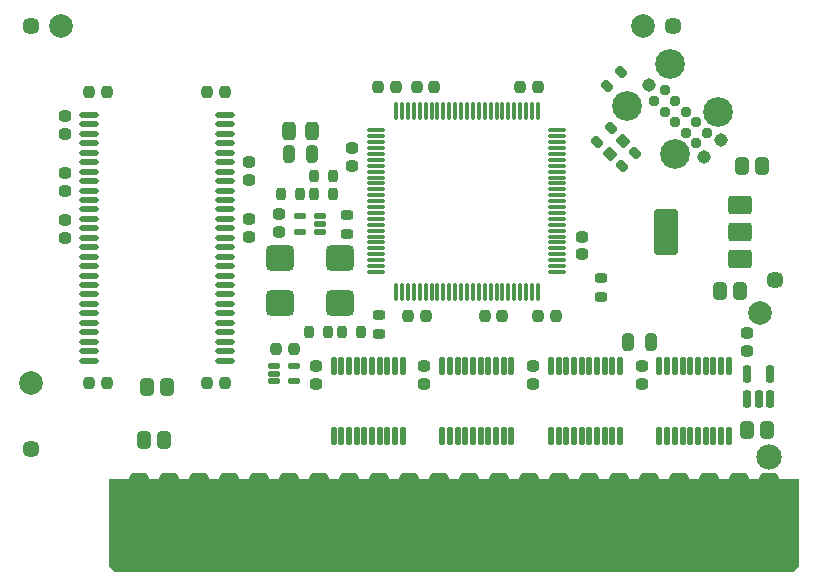
<source format=gts>
G04 #@! TF.GenerationSoftware,KiCad,Pcbnew,7.0.1-0*
G04 #@! TF.CreationDate,2023-11-03T04:24:27-04:00*
G04 #@! TF.ProjectId,RAM2GS,52414d32-4753-42e6-9b69-6361645f7063,2.1*
G04 #@! TF.SameCoordinates,Original*
G04 #@! TF.FileFunction,Soldermask,Top*
G04 #@! TF.FilePolarity,Negative*
%FSLAX46Y46*%
G04 Gerber Fmt 4.6, Leading zero omitted, Abs format (unit mm)*
G04 Created by KiCad (PCBNEW 7.0.1-0) date 2023-11-03 04:24:27*
%MOMM*%
%LPD*%
G01*
G04 APERTURE LIST*
G04 Aperture macros list*
%AMRoundRect*
0 Rectangle with rounded corners*
0 $1 Rounding radius*
0 $2 $3 $4 $5 $6 $7 $8 $9 X,Y pos of 4 corners*
0 Add a 4 corners polygon primitive as box body*
4,1,4,$2,$3,$4,$5,$6,$7,$8,$9,$2,$3,0*
0 Add four circle primitives for the rounded corners*
1,1,$1+$1,$2,$3*
1,1,$1+$1,$4,$5*
1,1,$1+$1,$6,$7*
1,1,$1+$1,$8,$9*
0 Add four rect primitives between the rounded corners*
20,1,$1+$1,$2,$3,$4,$5,0*
20,1,$1+$1,$4,$5,$6,$7,0*
20,1,$1+$1,$6,$7,$8,$9,0*
20,1,$1+$1,$8,$9,$2,$3,0*%
G04 Aperture macros list end*
%ADD10C,0.000000*%
%ADD11RoundRect,0.457200X-0.381000X-3.289000X0.381000X-3.289000X0.381000X3.289000X-0.381000X3.289000X0*%
%ADD12RoundRect,0.262500X0.262500X-0.212500X0.262500X0.212500X-0.262500X0.212500X-0.262500X-0.212500X0*%
%ADD13RoundRect,0.262500X-0.212500X-0.262500X0.212500X-0.262500X0.212500X0.262500X-0.212500X0.262500X0*%
%ADD14RoundRect,0.262500X-0.262500X0.212500X-0.262500X-0.212500X0.262500X-0.212500X0.262500X0.212500X0*%
%ADD15C,2.152400*%
%ADD16RoundRect,0.136500X0.112500X-0.612500X0.112500X0.612500X-0.112500X0.612500X-0.112500X-0.612500X0*%
%ADD17RoundRect,0.312500X0.262500X0.437500X-0.262500X0.437500X-0.262500X-0.437500X0.262500X-0.437500X0*%
%ADD18RoundRect,0.312500X-0.262500X-0.437500X0.262500X-0.437500X0.262500X0.437500X-0.262500X0.437500X0*%
%ADD19C,2.000000*%
%ADD20RoundRect,0.350000X0.700000X0.450000X-0.700000X0.450000X-0.700000X-0.450000X0.700000X-0.450000X0*%
%ADD21RoundRect,0.350000X0.700000X1.600000X-0.700000X1.600000X-0.700000X-1.600000X0.700000X-1.600000X0*%
%ADD22RoundRect,0.140000X-0.400000X-0.100000X0.400000X-0.100000X0.400000X0.100000X-0.400000X0.100000X0*%
%ADD23C,2.527300*%
%ADD24C,1.143000*%
%ADD25C,0.939800*%
%ADD26RoundRect,0.164500X-0.640500X-0.114500X0.640500X-0.114500X0.640500X0.114500X-0.640500X0.114500X0*%
%ADD27RoundRect,0.376200X-0.800000X-0.700000X0.800000X-0.700000X0.800000X0.700000X-0.800000X0.700000X0*%
%ADD28RoundRect,0.140000X0.400000X0.100000X-0.400000X0.100000X-0.400000X-0.100000X0.400000X-0.100000X0*%
%ADD29C,1.448000*%
%ADD30RoundRect,0.262500X0.212500X0.262500X-0.212500X0.262500X-0.212500X-0.262500X0.212500X-0.262500X0*%
%ADD31RoundRect,0.099000X0.662500X0.075000X-0.662500X0.075000X-0.662500X-0.075000X0.662500X-0.075000X0*%
%ADD32RoundRect,0.099000X0.075000X0.662500X-0.075000X0.662500X-0.075000X-0.662500X0.075000X-0.662500X0*%
%ADD33RoundRect,0.212500X0.162500X-0.512500X0.162500X0.512500X-0.162500X0.512500X-0.162500X-0.512500X0*%
%ADD34RoundRect,0.262500X0.212500X0.487500X-0.212500X0.487500X-0.212500X-0.487500X0.212500X-0.487500X0*%
%ADD35RoundRect,0.225000X0.300000X-0.175000X0.300000X0.175000X-0.300000X0.175000X-0.300000X-0.175000X0*%
%ADD36RoundRect,0.225000X0.175000X0.300000X-0.175000X0.300000X-0.175000X-0.300000X0.175000X-0.300000X0*%
%ADD37RoundRect,0.225000X-0.175000X-0.300000X0.175000X-0.300000X0.175000X0.300000X-0.175000X0.300000X0*%
%ADD38RoundRect,0.262500X-0.212500X-0.487500X0.212500X-0.487500X0.212500X0.487500X-0.212500X0.487500X0*%
%ADD39RoundRect,0.319950X0.243750X0.456250X-0.243750X0.456250X-0.243750X-0.456250X0.243750X-0.456250X0*%
%ADD40RoundRect,0.225000X-0.300000X0.175000X-0.300000X-0.175000X0.300000X-0.175000X0.300000X0.175000X0*%
%ADD41RoundRect,0.225000X-0.088388X0.335876X-0.335876X0.088388X0.088388X-0.335876X0.335876X-0.088388X0*%
%ADD42RoundRect,0.225000X0.088388X-0.335876X0.335876X-0.088388X-0.088388X0.335876X-0.335876X0.088388X0*%
%ADD43RoundRect,0.262500X0.035355X-0.335876X0.335876X-0.035355X-0.035355X0.335876X-0.335876X0.035355X0*%
G04 APERTURE END LIST*
D10*
G36*
X113538000Y-139446000D02*
G01*
X113030000Y-139954000D01*
X55626000Y-139954000D01*
X55118000Y-139446000D01*
X55118000Y-132080000D01*
X113538000Y-132080000D01*
X113538000Y-139446000D01*
G37*
D11*
X57658000Y-135282000D03*
X60198000Y-135282000D03*
X62738000Y-135282000D03*
X65278000Y-135282000D03*
X67818000Y-135282000D03*
X70358000Y-135282000D03*
X72898000Y-135282000D03*
X75438000Y-135282000D03*
X77978000Y-135282000D03*
X80518000Y-135282000D03*
X83058000Y-135282000D03*
X85598000Y-135282000D03*
X88138000Y-135282000D03*
X90678000Y-135282000D03*
X93218000Y-135282000D03*
X95758000Y-135282000D03*
X98298000Y-135282000D03*
X100838000Y-135282000D03*
X103378000Y-135282000D03*
X105918000Y-135282000D03*
X108458000Y-135282000D03*
X110998000Y-135282000D03*
D12*
X51350000Y-107650000D03*
X51350000Y-106150000D03*
X51350000Y-102850000D03*
X51350000Y-101350000D03*
D13*
X53400000Y-99350000D03*
X54900000Y-99350000D03*
X63400000Y-123950000D03*
X64900000Y-123950000D03*
X63400000Y-99350000D03*
X64900000Y-99350000D03*
D14*
X66950000Y-110050000D03*
X66950000Y-111550000D03*
X66950000Y-105250000D03*
X66950000Y-106750000D03*
D12*
X51350000Y-111650000D03*
X51350000Y-110150000D03*
D13*
X53400000Y-123950000D03*
X54900000Y-123950000D03*
D15*
X110998000Y-130175000D03*
D14*
X100200000Y-122500000D03*
X100200000Y-124000000D03*
D16*
X92500000Y-128400000D03*
X93150000Y-128400000D03*
X93800000Y-128400000D03*
X94450000Y-128400000D03*
X95100000Y-128400000D03*
X95750000Y-128400000D03*
X96400000Y-128400000D03*
X97050000Y-128400000D03*
X97700000Y-128400000D03*
X98350000Y-128400000D03*
X98350000Y-122500000D03*
X97700000Y-122500000D03*
X97050000Y-122500000D03*
X96400000Y-122500000D03*
X95750000Y-122500000D03*
X95100000Y-122500000D03*
X94450000Y-122500000D03*
X93800000Y-122500000D03*
X93150000Y-122500000D03*
X92500000Y-122500000D03*
D14*
X91000000Y-122500000D03*
X91000000Y-124000000D03*
X81800000Y-122500000D03*
X81800000Y-124000000D03*
D16*
X101700000Y-128400000D03*
X102350000Y-128400000D03*
X103000000Y-128400000D03*
X103650000Y-128400000D03*
X104300000Y-128400000D03*
X104950000Y-128400000D03*
X105600000Y-128400000D03*
X106250000Y-128400000D03*
X106900000Y-128400000D03*
X107550000Y-128400000D03*
X107550000Y-122500000D03*
X106900000Y-122500000D03*
X106250000Y-122500000D03*
X105600000Y-122500000D03*
X104950000Y-122500000D03*
X104300000Y-122500000D03*
X103650000Y-122500000D03*
X103000000Y-122500000D03*
X102350000Y-122500000D03*
X101700000Y-122500000D03*
D14*
X72600000Y-122500000D03*
X72600000Y-124000000D03*
D16*
X83300000Y-128400000D03*
X83950000Y-128400000D03*
X84600000Y-128400000D03*
X85250000Y-128400000D03*
X85900000Y-128400000D03*
X86550000Y-128400000D03*
X87200000Y-128400000D03*
X87850000Y-128400000D03*
X88500000Y-128400000D03*
X89150000Y-128400000D03*
X89150000Y-122500000D03*
X88500000Y-122500000D03*
X87850000Y-122500000D03*
X87200000Y-122500000D03*
X86550000Y-122500000D03*
X85900000Y-122500000D03*
X85250000Y-122500000D03*
X84600000Y-122500000D03*
X83950000Y-122500000D03*
X83300000Y-122500000D03*
D17*
X59778000Y-128778000D03*
X58078000Y-128778000D03*
D18*
X109132000Y-127889000D03*
X110832000Y-127889000D03*
D19*
X100330000Y-93726000D03*
D20*
X108537000Y-113450000D03*
D21*
X102237000Y-111150000D03*
D20*
X108537000Y-111150000D03*
X108537000Y-108850000D03*
D18*
X108650000Y-105550000D03*
X110350000Y-105550000D03*
X106850000Y-116150000D03*
X108550000Y-116150000D03*
D19*
X51054000Y-93726000D03*
D22*
X69050000Y-122500000D03*
X69050000Y-123150000D03*
X69050000Y-123800000D03*
X70750000Y-123800000D03*
X70750000Y-122500000D03*
D23*
X102575974Y-96924872D03*
D24*
X100779923Y-98720923D03*
D23*
X98983872Y-100516974D03*
X106617090Y-100965987D03*
X103024987Y-104558090D03*
D24*
X106886497Y-103390656D03*
X105449656Y-104827497D03*
D25*
X101228936Y-100067962D03*
X102126962Y-100965987D03*
X103024987Y-101864013D03*
X103923013Y-102762038D03*
X104821038Y-103660064D03*
X105719064Y-102762038D03*
X104821038Y-101864013D03*
X103923013Y-100965987D03*
X103024987Y-100067962D03*
X102126962Y-99169936D03*
D16*
X74100000Y-128400000D03*
X74750000Y-128400000D03*
X75400000Y-128400000D03*
X76050000Y-128400000D03*
X76700000Y-128400000D03*
X77350000Y-128400000D03*
X78000000Y-128400000D03*
X78650000Y-128400000D03*
X79300000Y-128400000D03*
X79950000Y-128400000D03*
X79950000Y-122500000D03*
X79300000Y-122500000D03*
X78650000Y-122500000D03*
X78000000Y-122500000D03*
X77350000Y-122500000D03*
X76700000Y-122500000D03*
X76050000Y-122500000D03*
X75400000Y-122500000D03*
X74750000Y-122500000D03*
X74100000Y-122500000D03*
D26*
X53400000Y-101250000D03*
X53400000Y-102050000D03*
X53400000Y-102850000D03*
X53400000Y-103650000D03*
X53400000Y-104450000D03*
X53400000Y-105250000D03*
X53400000Y-106050000D03*
X53400000Y-106850000D03*
X53400000Y-107650000D03*
X53400000Y-108450000D03*
X53400000Y-109250000D03*
X53400000Y-110050000D03*
X53400000Y-110850000D03*
X53400000Y-111650000D03*
X53400000Y-112450000D03*
X53400000Y-113250000D03*
X53400000Y-114050000D03*
X53400000Y-114850000D03*
X53400000Y-115650000D03*
X53400000Y-116450000D03*
X53400000Y-117250000D03*
X53400000Y-118050000D03*
X53400000Y-118850000D03*
X53400000Y-119650000D03*
X53400000Y-120450000D03*
X53400000Y-121250000D03*
X53400000Y-122050000D03*
X64900000Y-122050000D03*
X64900000Y-121250000D03*
X64900000Y-120450000D03*
X64900000Y-119650000D03*
X64900000Y-118850000D03*
X64900000Y-118050000D03*
X64900000Y-117250000D03*
X64900000Y-116450000D03*
X64900000Y-115650000D03*
X64900000Y-114850000D03*
X64900000Y-114050000D03*
X64900000Y-113250000D03*
X64900000Y-112450000D03*
X64900000Y-111650000D03*
X64900000Y-110850000D03*
X64900000Y-110050000D03*
X64900000Y-109250000D03*
X64900000Y-108450000D03*
X64900000Y-107650000D03*
X64900000Y-106850000D03*
X64900000Y-106050000D03*
X64900000Y-105250000D03*
X64900000Y-104450000D03*
X64900000Y-103650000D03*
X64900000Y-102850000D03*
X64900000Y-102050000D03*
X64900000Y-101250000D03*
D27*
X69560000Y-117205000D03*
X74640000Y-117205000D03*
X74640000Y-113395000D03*
X69560000Y-113395000D03*
D28*
X72950000Y-111150000D03*
X72950000Y-110500000D03*
X72950000Y-109850000D03*
X71250000Y-109850000D03*
X71250000Y-111150000D03*
D12*
X69500000Y-111150000D03*
X69500000Y-109650000D03*
D29*
X48514000Y-93726000D03*
X102870000Y-93726000D03*
D18*
X58300000Y-124250000D03*
X60000000Y-124250000D03*
D30*
X70750000Y-121050000D03*
X69250000Y-121050000D03*
D31*
X93062500Y-114550000D03*
X93062500Y-114050000D03*
X93062500Y-113550000D03*
X93062500Y-113050000D03*
X93062500Y-112550000D03*
X93062500Y-112050000D03*
X93062500Y-111550000D03*
X93062500Y-111050000D03*
X93062500Y-110550000D03*
X93062500Y-110050000D03*
X93062500Y-109550000D03*
X93062500Y-109050000D03*
X93062500Y-108550000D03*
X93062500Y-108050000D03*
X93062500Y-107550000D03*
X93062500Y-107050000D03*
X93062500Y-106550000D03*
X93062500Y-106050000D03*
X93062500Y-105550000D03*
X93062500Y-105050000D03*
X93062500Y-104550000D03*
X93062500Y-104050000D03*
X93062500Y-103550000D03*
X93062500Y-103050000D03*
X93062500Y-102550000D03*
D32*
X91400000Y-100887500D03*
X90900000Y-100887500D03*
X90400000Y-100887500D03*
X89900000Y-100887500D03*
X89400000Y-100887500D03*
X88900000Y-100887500D03*
X88400000Y-100887500D03*
X87900000Y-100887500D03*
X87400000Y-100887500D03*
X86900000Y-100887500D03*
X86400000Y-100887500D03*
X85900000Y-100887500D03*
X85400000Y-100887500D03*
X84900000Y-100887500D03*
X84400000Y-100887500D03*
X83900000Y-100887500D03*
X83400000Y-100887500D03*
X82900000Y-100887500D03*
X82400000Y-100887500D03*
X81900000Y-100887500D03*
X81400000Y-100887500D03*
X80900000Y-100887500D03*
X80400000Y-100887500D03*
X79900000Y-100887500D03*
X79400000Y-100887500D03*
D31*
X77737500Y-102550000D03*
X77737500Y-103050000D03*
X77737500Y-103550000D03*
X77737500Y-104050000D03*
X77737500Y-104550000D03*
X77737500Y-105050000D03*
X77737500Y-105550000D03*
X77737500Y-106050000D03*
X77737500Y-106550000D03*
X77737500Y-107050000D03*
X77737500Y-107550000D03*
X77737500Y-108050000D03*
X77737500Y-108550000D03*
X77737500Y-109050000D03*
X77737500Y-109550000D03*
X77737500Y-110050000D03*
X77737500Y-110550000D03*
X77737500Y-111050000D03*
X77737500Y-111550000D03*
X77737500Y-112050000D03*
X77737500Y-112550000D03*
X77737500Y-113050000D03*
X77737500Y-113550000D03*
X77737500Y-114050000D03*
X77737500Y-114550000D03*
D32*
X79400000Y-116212500D03*
X79900000Y-116212500D03*
X80400000Y-116212500D03*
X80900000Y-116212500D03*
X81400000Y-116212500D03*
X81900000Y-116212500D03*
X82400000Y-116212500D03*
X82900000Y-116212500D03*
X83400000Y-116212500D03*
X83900000Y-116212500D03*
X84400000Y-116212500D03*
X84900000Y-116212500D03*
X85400000Y-116212500D03*
X85900000Y-116212500D03*
X86400000Y-116212500D03*
X86900000Y-116212500D03*
X87400000Y-116212500D03*
X87900000Y-116212500D03*
X88400000Y-116212500D03*
X88900000Y-116212500D03*
X89400000Y-116212500D03*
X89900000Y-116212500D03*
X90400000Y-116212500D03*
X90900000Y-116212500D03*
X91400000Y-116212500D03*
D19*
X48514000Y-123952000D03*
D29*
X48514000Y-129540000D03*
D30*
X81900000Y-118250000D03*
X80400000Y-118250000D03*
X91400000Y-98850000D03*
X89900000Y-98850000D03*
X88400000Y-118250000D03*
X86900000Y-118250000D03*
D13*
X81150000Y-98850000D03*
X82650000Y-98850000D03*
D30*
X79400000Y-98850000D03*
X77900000Y-98850000D03*
D14*
X75700000Y-104050000D03*
X75700000Y-105550000D03*
D13*
X91400000Y-118250000D03*
X92900000Y-118250000D03*
D12*
X95100000Y-113050000D03*
X95100000Y-111550000D03*
D29*
X111506000Y-115189000D03*
D19*
X110236000Y-117983000D03*
D33*
X109150000Y-125300000D03*
X110100000Y-125300000D03*
X111050000Y-125300000D03*
X111050000Y-123200000D03*
X109150000Y-123200000D03*
D12*
X109150000Y-121250000D03*
X109150000Y-119750000D03*
D34*
X100950000Y-120500000D03*
X99050000Y-120500000D03*
D35*
X77950000Y-119800000D03*
X77950000Y-118200000D03*
D36*
X71250000Y-107950000D03*
X69650000Y-107950000D03*
D37*
X72450000Y-107950000D03*
X74050000Y-107950000D03*
D38*
X70350000Y-104600000D03*
X72250000Y-104600000D03*
D39*
X72237500Y-102650000D03*
X70362500Y-102650000D03*
D40*
X96750000Y-115050000D03*
X96750000Y-116650000D03*
D41*
X97565685Y-102384315D03*
X96434315Y-103515685D03*
D42*
X98534315Y-105615685D03*
X99665685Y-104484315D03*
D43*
X97519670Y-104530330D03*
X98580330Y-103469670D03*
D42*
X97284315Y-98765685D03*
X98415685Y-97634315D03*
D36*
X73600000Y-119650000D03*
X72000000Y-119650000D03*
D37*
X74800000Y-119650000D03*
X76400000Y-119650000D03*
D40*
X75200000Y-109700000D03*
X75200000Y-111300000D03*
D37*
X72450000Y-106450000D03*
X74050000Y-106450000D03*
M02*

</source>
